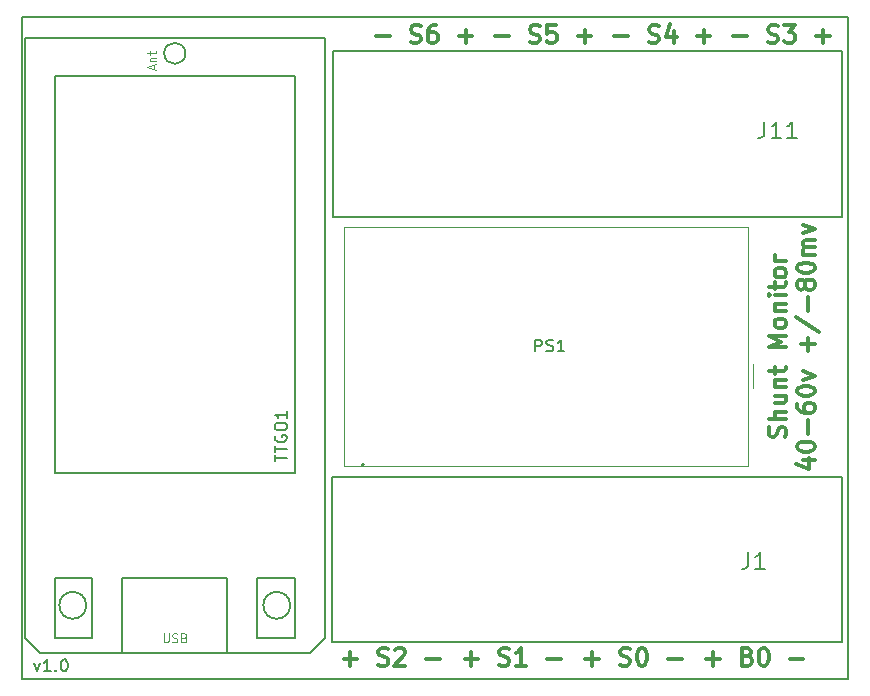
<source format=gbr>
%TF.GenerationSoftware,KiCad,Pcbnew,(6.0.10)*%
%TF.CreationDate,2022-12-26T22:40:19+13:00*%
%TF.ProjectId,esphome_shunt_monitor_ina226,65737068-6f6d-4655-9f73-68756e745f6d,rev?*%
%TF.SameCoordinates,Original*%
%TF.FileFunction,Legend,Top*%
%TF.FilePolarity,Positive*%
%FSLAX46Y46*%
G04 Gerber Fmt 4.6, Leading zero omitted, Abs format (unit mm)*
G04 Created by KiCad (PCBNEW (6.0.10)) date 2022-12-26 22:40:19*
%MOMM*%
%LPD*%
G01*
G04 APERTURE LIST*
%ADD10C,0.150000*%
%ADD11C,0.300000*%
%ADD12C,0.100000*%
%ADD13C,0.127000*%
%ADD14C,0.200000*%
%ADD15C,0.120000*%
G04 APERTURE END LIST*
D10*
X67430828Y-113730114D02*
X67668923Y-114396780D01*
X67907019Y-113730114D01*
X68811780Y-114396780D02*
X68240352Y-114396780D01*
X68526066Y-114396780D02*
X68526066Y-113396780D01*
X68430828Y-113539638D01*
X68335590Y-113634876D01*
X68240352Y-113682495D01*
X69240352Y-114301542D02*
X69287971Y-114349161D01*
X69240352Y-114396780D01*
X69192733Y-114349161D01*
X69240352Y-114301542D01*
X69240352Y-114396780D01*
X69907019Y-113396780D02*
X70002257Y-113396780D01*
X70097495Y-113444400D01*
X70145114Y-113492019D01*
X70192733Y-113587257D01*
X70240352Y-113777733D01*
X70240352Y-114015828D01*
X70192733Y-114206304D01*
X70145114Y-114301542D01*
X70097495Y-114349161D01*
X70002257Y-114396780D01*
X69907019Y-114396780D01*
X69811780Y-114349161D01*
X69764161Y-114301542D01*
X69716542Y-114206304D01*
X69668923Y-114015828D01*
X69668923Y-113777733D01*
X69716542Y-113587257D01*
X69764161Y-113492019D01*
X69811780Y-113444400D01*
X69907019Y-113396780D01*
X66347200Y-59011200D02*
X136347200Y-59011200D01*
X136347200Y-59011200D02*
X136347200Y-115011200D01*
X136347200Y-115011200D02*
X66347200Y-115011200D01*
X66347200Y-115011200D02*
X66347200Y-59011200D01*
D11*
X131022442Y-94551342D02*
X131093871Y-94337057D01*
X131093871Y-93979914D01*
X131022442Y-93837057D01*
X130951014Y-93765628D01*
X130808157Y-93694200D01*
X130665300Y-93694200D01*
X130522442Y-93765628D01*
X130451014Y-93837057D01*
X130379585Y-93979914D01*
X130308157Y-94265628D01*
X130236728Y-94408485D01*
X130165300Y-94479914D01*
X130022442Y-94551342D01*
X129879585Y-94551342D01*
X129736728Y-94479914D01*
X129665300Y-94408485D01*
X129593871Y-94265628D01*
X129593871Y-93908485D01*
X129665300Y-93694200D01*
X131093871Y-93051342D02*
X129593871Y-93051342D01*
X131093871Y-92408485D02*
X130308157Y-92408485D01*
X130165300Y-92479914D01*
X130093871Y-92622771D01*
X130093871Y-92837057D01*
X130165300Y-92979914D01*
X130236728Y-93051342D01*
X130093871Y-91051342D02*
X131093871Y-91051342D01*
X130093871Y-91694200D02*
X130879585Y-91694200D01*
X131022442Y-91622771D01*
X131093871Y-91479914D01*
X131093871Y-91265628D01*
X131022442Y-91122771D01*
X130951014Y-91051342D01*
X130093871Y-90337057D02*
X131093871Y-90337057D01*
X130236728Y-90337057D02*
X130165300Y-90265628D01*
X130093871Y-90122771D01*
X130093871Y-89908485D01*
X130165300Y-89765628D01*
X130308157Y-89694200D01*
X131093871Y-89694200D01*
X130093871Y-89194200D02*
X130093871Y-88622771D01*
X129593871Y-88979914D02*
X130879585Y-88979914D01*
X131022442Y-88908485D01*
X131093871Y-88765628D01*
X131093871Y-88622771D01*
X131093871Y-86979914D02*
X129593871Y-86979914D01*
X130665300Y-86479914D01*
X129593871Y-85979914D01*
X131093871Y-85979914D01*
X131093871Y-85051342D02*
X131022442Y-85194200D01*
X130951014Y-85265628D01*
X130808157Y-85337057D01*
X130379585Y-85337057D01*
X130236728Y-85265628D01*
X130165300Y-85194200D01*
X130093871Y-85051342D01*
X130093871Y-84837057D01*
X130165300Y-84694200D01*
X130236728Y-84622771D01*
X130379585Y-84551342D01*
X130808157Y-84551342D01*
X130951014Y-84622771D01*
X131022442Y-84694200D01*
X131093871Y-84837057D01*
X131093871Y-85051342D01*
X130093871Y-83908485D02*
X131093871Y-83908485D01*
X130236728Y-83908485D02*
X130165300Y-83837057D01*
X130093871Y-83694200D01*
X130093871Y-83479914D01*
X130165300Y-83337057D01*
X130308157Y-83265628D01*
X131093871Y-83265628D01*
X131093871Y-82551342D02*
X130093871Y-82551342D01*
X129593871Y-82551342D02*
X129665300Y-82622771D01*
X129736728Y-82551342D01*
X129665300Y-82479914D01*
X129593871Y-82551342D01*
X129736728Y-82551342D01*
X130093871Y-82051342D02*
X130093871Y-81479914D01*
X129593871Y-81837057D02*
X130879585Y-81837057D01*
X131022442Y-81765628D01*
X131093871Y-81622771D01*
X131093871Y-81479914D01*
X131093871Y-80765628D02*
X131022442Y-80908485D01*
X130951014Y-80979914D01*
X130808157Y-81051342D01*
X130379585Y-81051342D01*
X130236728Y-80979914D01*
X130165300Y-80908485D01*
X130093871Y-80765628D01*
X130093871Y-80551342D01*
X130165300Y-80408485D01*
X130236728Y-80337057D01*
X130379585Y-80265628D01*
X130808157Y-80265628D01*
X130951014Y-80337057D01*
X131022442Y-80408485D01*
X131093871Y-80551342D01*
X131093871Y-80765628D01*
X131093871Y-79622771D02*
X130093871Y-79622771D01*
X130379585Y-79622771D02*
X130236728Y-79551342D01*
X130165300Y-79479914D01*
X130093871Y-79337057D01*
X130093871Y-79194200D01*
X132508871Y-96515628D02*
X133508871Y-96515628D01*
X131937442Y-96872771D02*
X133008871Y-97229914D01*
X133008871Y-96301342D01*
X132008871Y-95444200D02*
X132008871Y-95301342D01*
X132080300Y-95158485D01*
X132151728Y-95087057D01*
X132294585Y-95015628D01*
X132580300Y-94944200D01*
X132937442Y-94944200D01*
X133223157Y-95015628D01*
X133366014Y-95087057D01*
X133437442Y-95158485D01*
X133508871Y-95301342D01*
X133508871Y-95444200D01*
X133437442Y-95587057D01*
X133366014Y-95658485D01*
X133223157Y-95729914D01*
X132937442Y-95801342D01*
X132580300Y-95801342D01*
X132294585Y-95729914D01*
X132151728Y-95658485D01*
X132080300Y-95587057D01*
X132008871Y-95444200D01*
X132937442Y-94301342D02*
X132937442Y-93158485D01*
X132008871Y-91801342D02*
X132008871Y-92087057D01*
X132080300Y-92229914D01*
X132151728Y-92301342D01*
X132366014Y-92444200D01*
X132651728Y-92515628D01*
X133223157Y-92515628D01*
X133366014Y-92444200D01*
X133437442Y-92372771D01*
X133508871Y-92229914D01*
X133508871Y-91944200D01*
X133437442Y-91801342D01*
X133366014Y-91729914D01*
X133223157Y-91658485D01*
X132866014Y-91658485D01*
X132723157Y-91729914D01*
X132651728Y-91801342D01*
X132580300Y-91944200D01*
X132580300Y-92229914D01*
X132651728Y-92372771D01*
X132723157Y-92444200D01*
X132866014Y-92515628D01*
X132008871Y-90729914D02*
X132008871Y-90587057D01*
X132080300Y-90444200D01*
X132151728Y-90372771D01*
X132294585Y-90301342D01*
X132580300Y-90229914D01*
X132937442Y-90229914D01*
X133223157Y-90301342D01*
X133366014Y-90372771D01*
X133437442Y-90444200D01*
X133508871Y-90587057D01*
X133508871Y-90729914D01*
X133437442Y-90872771D01*
X133366014Y-90944200D01*
X133223157Y-91015628D01*
X132937442Y-91087057D01*
X132580300Y-91087057D01*
X132294585Y-91015628D01*
X132151728Y-90944200D01*
X132080300Y-90872771D01*
X132008871Y-90729914D01*
X132508871Y-89729914D02*
X133508871Y-89372771D01*
X132508871Y-89015628D01*
X132937442Y-87301342D02*
X132937442Y-86158485D01*
X133508871Y-86729914D02*
X132366014Y-86729914D01*
X131937442Y-84372771D02*
X133866014Y-85658485D01*
X132937442Y-83872771D02*
X132937442Y-82729914D01*
X132651728Y-81801342D02*
X132580300Y-81944200D01*
X132508871Y-82015628D01*
X132366014Y-82087057D01*
X132294585Y-82087057D01*
X132151728Y-82015628D01*
X132080300Y-81944200D01*
X132008871Y-81801342D01*
X132008871Y-81515628D01*
X132080300Y-81372771D01*
X132151728Y-81301342D01*
X132294585Y-81229914D01*
X132366014Y-81229914D01*
X132508871Y-81301342D01*
X132580300Y-81372771D01*
X132651728Y-81515628D01*
X132651728Y-81801342D01*
X132723157Y-81944200D01*
X132794585Y-82015628D01*
X132937442Y-82087057D01*
X133223157Y-82087057D01*
X133366014Y-82015628D01*
X133437442Y-81944200D01*
X133508871Y-81801342D01*
X133508871Y-81515628D01*
X133437442Y-81372771D01*
X133366014Y-81301342D01*
X133223157Y-81229914D01*
X132937442Y-81229914D01*
X132794585Y-81301342D01*
X132723157Y-81372771D01*
X132651728Y-81515628D01*
X132008871Y-80301342D02*
X132008871Y-80158485D01*
X132080300Y-80015628D01*
X132151728Y-79944200D01*
X132294585Y-79872771D01*
X132580300Y-79801342D01*
X132937442Y-79801342D01*
X133223157Y-79872771D01*
X133366014Y-79944200D01*
X133437442Y-80015628D01*
X133508871Y-80158485D01*
X133508871Y-80301342D01*
X133437442Y-80444200D01*
X133366014Y-80515628D01*
X133223157Y-80587057D01*
X132937442Y-80658485D01*
X132580300Y-80658485D01*
X132294585Y-80587057D01*
X132151728Y-80515628D01*
X132080300Y-80444200D01*
X132008871Y-80301342D01*
X133508871Y-79158485D02*
X132508871Y-79158485D01*
X132651728Y-79158485D02*
X132580300Y-79087057D01*
X132508871Y-78944200D01*
X132508871Y-78729914D01*
X132580300Y-78587057D01*
X132723157Y-78515628D01*
X133508871Y-78515628D01*
X132723157Y-78515628D02*
X132580300Y-78444200D01*
X132508871Y-78301342D01*
X132508871Y-78087057D01*
X132580300Y-77944200D01*
X132723157Y-77872771D01*
X133508871Y-77872771D01*
X132508871Y-77301342D02*
X133508871Y-76944200D01*
X132508871Y-76587057D01*
X124318695Y-113340342D02*
X125461552Y-113340342D01*
X124890123Y-113911771D02*
X124890123Y-112768914D01*
X127818695Y-113126057D02*
X128032980Y-113197485D01*
X128104409Y-113268914D01*
X128175838Y-113411771D01*
X128175838Y-113626057D01*
X128104409Y-113768914D01*
X128032980Y-113840342D01*
X127890123Y-113911771D01*
X127318695Y-113911771D01*
X127318695Y-112411771D01*
X127818695Y-112411771D01*
X127961552Y-112483200D01*
X128032980Y-112554628D01*
X128104409Y-112697485D01*
X128104409Y-112840342D01*
X128032980Y-112983200D01*
X127961552Y-113054628D01*
X127818695Y-113126057D01*
X127318695Y-113126057D01*
X129104409Y-112411771D02*
X129247266Y-112411771D01*
X129390123Y-112483200D01*
X129461552Y-112554628D01*
X129532980Y-112697485D01*
X129604409Y-112983200D01*
X129604409Y-113340342D01*
X129532980Y-113626057D01*
X129461552Y-113768914D01*
X129390123Y-113840342D01*
X129247266Y-113911771D01*
X129104409Y-113911771D01*
X128961552Y-113840342D01*
X128890123Y-113768914D01*
X128818695Y-113626057D01*
X128747266Y-113340342D01*
X128747266Y-112983200D01*
X128818695Y-112697485D01*
X128890123Y-112554628D01*
X128961552Y-112483200D01*
X129104409Y-112411771D01*
X131390123Y-113340342D02*
X132532980Y-113340342D01*
X114085933Y-113340342D02*
X115228790Y-113340342D01*
X114657362Y-113911771D02*
X114657362Y-112768914D01*
X117014504Y-113840342D02*
X117228790Y-113911771D01*
X117585933Y-113911771D01*
X117728790Y-113840342D01*
X117800219Y-113768914D01*
X117871647Y-113626057D01*
X117871647Y-113483200D01*
X117800219Y-113340342D01*
X117728790Y-113268914D01*
X117585933Y-113197485D01*
X117300219Y-113126057D01*
X117157362Y-113054628D01*
X117085933Y-112983200D01*
X117014504Y-112840342D01*
X117014504Y-112697485D01*
X117085933Y-112554628D01*
X117157362Y-112483200D01*
X117300219Y-112411771D01*
X117657362Y-112411771D01*
X117871647Y-112483200D01*
X118800219Y-112411771D02*
X118943076Y-112411771D01*
X119085933Y-112483200D01*
X119157362Y-112554628D01*
X119228790Y-112697485D01*
X119300219Y-112983200D01*
X119300219Y-113340342D01*
X119228790Y-113626057D01*
X119157362Y-113768914D01*
X119085933Y-113840342D01*
X118943076Y-113911771D01*
X118800219Y-113911771D01*
X118657362Y-113840342D01*
X118585933Y-113768914D01*
X118514504Y-113626057D01*
X118443076Y-113340342D01*
X118443076Y-112983200D01*
X118514504Y-112697485D01*
X118585933Y-112554628D01*
X118657362Y-112483200D01*
X118800219Y-112411771D01*
X121085933Y-113340342D02*
X122228790Y-113340342D01*
X103853171Y-113340342D02*
X104996028Y-113340342D01*
X104424600Y-113911771D02*
X104424600Y-112768914D01*
X106781742Y-113840342D02*
X106996028Y-113911771D01*
X107353171Y-113911771D01*
X107496028Y-113840342D01*
X107567457Y-113768914D01*
X107638885Y-113626057D01*
X107638885Y-113483200D01*
X107567457Y-113340342D01*
X107496028Y-113268914D01*
X107353171Y-113197485D01*
X107067457Y-113126057D01*
X106924600Y-113054628D01*
X106853171Y-112983200D01*
X106781742Y-112840342D01*
X106781742Y-112697485D01*
X106853171Y-112554628D01*
X106924600Y-112483200D01*
X107067457Y-112411771D01*
X107424600Y-112411771D01*
X107638885Y-112483200D01*
X109067457Y-113911771D02*
X108210314Y-113911771D01*
X108638885Y-113911771D02*
X108638885Y-112411771D01*
X108496028Y-112626057D01*
X108353171Y-112768914D01*
X108210314Y-112840342D01*
X110853171Y-113340342D02*
X111996028Y-113340342D01*
X93620409Y-113340342D02*
X94763266Y-113340342D01*
X94191838Y-113911771D02*
X94191838Y-112768914D01*
X96548980Y-113840342D02*
X96763266Y-113911771D01*
X97120409Y-113911771D01*
X97263266Y-113840342D01*
X97334695Y-113768914D01*
X97406123Y-113626057D01*
X97406123Y-113483200D01*
X97334695Y-113340342D01*
X97263266Y-113268914D01*
X97120409Y-113197485D01*
X96834695Y-113126057D01*
X96691838Y-113054628D01*
X96620409Y-112983200D01*
X96548980Y-112840342D01*
X96548980Y-112697485D01*
X96620409Y-112554628D01*
X96691838Y-112483200D01*
X96834695Y-112411771D01*
X97191838Y-112411771D01*
X97406123Y-112483200D01*
X97977552Y-112554628D02*
X98048980Y-112483200D01*
X98191838Y-112411771D01*
X98548980Y-112411771D01*
X98691838Y-112483200D01*
X98763266Y-112554628D01*
X98834695Y-112697485D01*
X98834695Y-112840342D01*
X98763266Y-113054628D01*
X97906123Y-113911771D01*
X98834695Y-113911771D01*
X100620409Y-113340342D02*
X101763266Y-113340342D01*
X126608182Y-60635342D02*
X127751039Y-60635342D01*
X129536753Y-61135342D02*
X129751039Y-61206771D01*
X130108182Y-61206771D01*
X130251039Y-61135342D01*
X130322468Y-61063914D01*
X130393896Y-60921057D01*
X130393896Y-60778200D01*
X130322468Y-60635342D01*
X130251039Y-60563914D01*
X130108182Y-60492485D01*
X129822468Y-60421057D01*
X129679611Y-60349628D01*
X129608182Y-60278200D01*
X129536753Y-60135342D01*
X129536753Y-59992485D01*
X129608182Y-59849628D01*
X129679611Y-59778200D01*
X129822468Y-59706771D01*
X130179611Y-59706771D01*
X130393896Y-59778200D01*
X130893896Y-59706771D02*
X131822468Y-59706771D01*
X131322468Y-60278200D01*
X131536753Y-60278200D01*
X131679611Y-60349628D01*
X131751039Y-60421057D01*
X131822468Y-60563914D01*
X131822468Y-60921057D01*
X131751039Y-61063914D01*
X131679611Y-61135342D01*
X131536753Y-61206771D01*
X131108182Y-61206771D01*
X130965325Y-61135342D01*
X130893896Y-61063914D01*
X133608182Y-60635342D02*
X134751039Y-60635342D01*
X134179611Y-61206771D02*
X134179611Y-60063914D01*
X116525511Y-60635342D02*
X117668368Y-60635342D01*
X119454082Y-61135342D02*
X119668368Y-61206771D01*
X120025511Y-61206771D01*
X120168368Y-61135342D01*
X120239797Y-61063914D01*
X120311225Y-60921057D01*
X120311225Y-60778200D01*
X120239797Y-60635342D01*
X120168368Y-60563914D01*
X120025511Y-60492485D01*
X119739797Y-60421057D01*
X119596940Y-60349628D01*
X119525511Y-60278200D01*
X119454082Y-60135342D01*
X119454082Y-59992485D01*
X119525511Y-59849628D01*
X119596940Y-59778200D01*
X119739797Y-59706771D01*
X120096940Y-59706771D01*
X120311225Y-59778200D01*
X121596940Y-60206771D02*
X121596940Y-61206771D01*
X121239797Y-59635342D02*
X120882654Y-60706771D01*
X121811225Y-60706771D01*
X123525511Y-60635342D02*
X124668368Y-60635342D01*
X124096940Y-61206771D02*
X124096940Y-60063914D01*
X106442841Y-60635342D02*
X107585698Y-60635342D01*
X109371412Y-61135342D02*
X109585698Y-61206771D01*
X109942841Y-61206771D01*
X110085698Y-61135342D01*
X110157127Y-61063914D01*
X110228555Y-60921057D01*
X110228555Y-60778200D01*
X110157127Y-60635342D01*
X110085698Y-60563914D01*
X109942841Y-60492485D01*
X109657127Y-60421057D01*
X109514270Y-60349628D01*
X109442841Y-60278200D01*
X109371412Y-60135342D01*
X109371412Y-59992485D01*
X109442841Y-59849628D01*
X109514270Y-59778200D01*
X109657127Y-59706771D01*
X110014270Y-59706771D01*
X110228555Y-59778200D01*
X111585698Y-59706771D02*
X110871412Y-59706771D01*
X110799984Y-60421057D01*
X110871412Y-60349628D01*
X111014270Y-60278200D01*
X111371412Y-60278200D01*
X111514270Y-60349628D01*
X111585698Y-60421057D01*
X111657127Y-60563914D01*
X111657127Y-60921057D01*
X111585698Y-61063914D01*
X111514270Y-61135342D01*
X111371412Y-61206771D01*
X111014270Y-61206771D01*
X110871412Y-61135342D01*
X110799984Y-61063914D01*
X113442841Y-60635342D02*
X114585698Y-60635342D01*
X114014270Y-61206771D02*
X114014270Y-60063914D01*
X96360171Y-60635342D02*
X97503028Y-60635342D01*
X99288742Y-61135342D02*
X99503028Y-61206771D01*
X99860171Y-61206771D01*
X100003028Y-61135342D01*
X100074457Y-61063914D01*
X100145885Y-60921057D01*
X100145885Y-60778200D01*
X100074457Y-60635342D01*
X100003028Y-60563914D01*
X99860171Y-60492485D01*
X99574457Y-60421057D01*
X99431600Y-60349628D01*
X99360171Y-60278200D01*
X99288742Y-60135342D01*
X99288742Y-59992485D01*
X99360171Y-59849628D01*
X99431600Y-59778200D01*
X99574457Y-59706771D01*
X99931600Y-59706771D01*
X100145885Y-59778200D01*
X101431600Y-59706771D02*
X101145885Y-59706771D01*
X101003028Y-59778200D01*
X100931600Y-59849628D01*
X100788742Y-60063914D01*
X100717314Y-60349628D01*
X100717314Y-60921057D01*
X100788742Y-61063914D01*
X100860171Y-61135342D01*
X101003028Y-61206771D01*
X101288742Y-61206771D01*
X101431600Y-61135342D01*
X101503028Y-61063914D01*
X101574457Y-60921057D01*
X101574457Y-60563914D01*
X101503028Y-60421057D01*
X101431600Y-60349628D01*
X101288742Y-60278200D01*
X101003028Y-60278200D01*
X100860171Y-60349628D01*
X100788742Y-60421057D01*
X100717314Y-60563914D01*
X103360171Y-60635342D02*
X104503028Y-60635342D01*
X103931600Y-61206771D02*
X103931600Y-60063914D01*
D10*
%TO.C,TTGO1*%
X87793580Y-96629266D02*
X87793580Y-96057838D01*
X88793580Y-96343552D02*
X87793580Y-96343552D01*
X87793580Y-95867361D02*
X87793580Y-95295933D01*
X88793580Y-95581647D02*
X87793580Y-95581647D01*
X87841200Y-94438790D02*
X87793580Y-94534028D01*
X87793580Y-94676885D01*
X87841200Y-94819742D01*
X87936438Y-94914980D01*
X88031676Y-94962600D01*
X88222152Y-95010219D01*
X88365009Y-95010219D01*
X88555485Y-94962600D01*
X88650723Y-94914980D01*
X88745961Y-94819742D01*
X88793580Y-94676885D01*
X88793580Y-94581647D01*
X88745961Y-94438790D01*
X88698342Y-94391171D01*
X88365009Y-94391171D01*
X88365009Y-94581647D01*
X87793580Y-93772123D02*
X87793580Y-93581647D01*
X87841200Y-93486409D01*
X87936438Y-93391171D01*
X88126914Y-93343552D01*
X88460247Y-93343552D01*
X88650723Y-93391171D01*
X88745961Y-93486409D01*
X88793580Y-93581647D01*
X88793580Y-93772123D01*
X88745961Y-93867361D01*
X88650723Y-93962600D01*
X88460247Y-94010219D01*
X88126914Y-94010219D01*
X87936438Y-93962600D01*
X87841200Y-93867361D01*
X87793580Y-93772123D01*
X88793580Y-92391171D02*
X88793580Y-92962600D01*
X88793580Y-92676885D02*
X87793580Y-92676885D01*
X87936438Y-92772123D01*
X88031676Y-92867361D01*
X88079295Y-92962600D01*
D12*
X78366471Y-111196885D02*
X78366471Y-111804028D01*
X78402185Y-111875457D01*
X78437900Y-111911171D01*
X78509328Y-111946885D01*
X78652185Y-111946885D01*
X78723614Y-111911171D01*
X78759328Y-111875457D01*
X78795042Y-111804028D01*
X78795042Y-111196885D01*
X79116471Y-111911171D02*
X79223614Y-111946885D01*
X79402185Y-111946885D01*
X79473614Y-111911171D01*
X79509328Y-111875457D01*
X79545042Y-111804028D01*
X79545042Y-111732600D01*
X79509328Y-111661171D01*
X79473614Y-111625457D01*
X79402185Y-111589742D01*
X79259328Y-111554028D01*
X79187900Y-111518314D01*
X79152185Y-111482600D01*
X79116471Y-111411171D01*
X79116471Y-111339742D01*
X79152185Y-111268314D01*
X79187900Y-111232600D01*
X79259328Y-111196885D01*
X79437900Y-111196885D01*
X79545042Y-111232600D01*
X80116471Y-111554028D02*
X80223614Y-111589742D01*
X80259328Y-111625457D01*
X80295042Y-111696885D01*
X80295042Y-111804028D01*
X80259328Y-111875457D01*
X80223614Y-111911171D01*
X80152185Y-111946885D01*
X79866471Y-111946885D01*
X79866471Y-111196885D01*
X80116471Y-111196885D01*
X80187900Y-111232600D01*
X80223614Y-111268314D01*
X80259328Y-111339742D01*
X80259328Y-111411171D01*
X80223614Y-111482600D01*
X80187900Y-111518314D01*
X80116471Y-111554028D01*
X79866471Y-111554028D01*
X77532900Y-63444742D02*
X77532900Y-63087600D01*
X77747185Y-63516171D02*
X76997185Y-63266171D01*
X77747185Y-63016171D01*
X77247185Y-62766171D02*
X77747185Y-62766171D01*
X77318614Y-62766171D02*
X77282900Y-62730457D01*
X77247185Y-62659028D01*
X77247185Y-62551885D01*
X77282900Y-62480457D01*
X77354328Y-62444742D01*
X77747185Y-62444742D01*
X77247185Y-62194742D02*
X77247185Y-61909028D01*
X76997185Y-62087600D02*
X77640042Y-62087600D01*
X77711471Y-62051885D01*
X77747185Y-61980457D01*
X77747185Y-61909028D01*
D10*
%TO.C,J11*%
X129244866Y-67864133D02*
X129244866Y-68864133D01*
X129178200Y-69064133D01*
X129044866Y-69197466D01*
X128844866Y-69264133D01*
X128711533Y-69264133D01*
X130644866Y-69264133D02*
X129844866Y-69264133D01*
X130244866Y-69264133D02*
X130244866Y-67864133D01*
X130111533Y-68064133D01*
X129978200Y-68197466D01*
X129844866Y-68264133D01*
X131978200Y-69264133D02*
X131178200Y-69264133D01*
X131578200Y-69264133D02*
X131578200Y-67864133D01*
X131444866Y-68064133D01*
X131311533Y-68197466D01*
X131178200Y-68264133D01*
%TO.C,J1*%
X127879533Y-104313133D02*
X127879533Y-105313133D01*
X127812866Y-105513133D01*
X127679533Y-105646466D01*
X127479533Y-105713133D01*
X127346200Y-105713133D01*
X129279533Y-105713133D02*
X128479533Y-105713133D01*
X128879533Y-105713133D02*
X128879533Y-104313133D01*
X128746200Y-104513133D01*
X128612866Y-104646466D01*
X128479533Y-104713133D01*
%TO.C,PS1*%
X109834514Y-87320380D02*
X109834514Y-86320380D01*
X110215466Y-86320380D01*
X110310704Y-86368000D01*
X110358323Y-86415619D01*
X110405942Y-86510857D01*
X110405942Y-86653714D01*
X110358323Y-86748952D01*
X110310704Y-86796571D01*
X110215466Y-86844190D01*
X109834514Y-86844190D01*
X110786895Y-87272761D02*
X110929752Y-87320380D01*
X111167847Y-87320380D01*
X111263085Y-87272761D01*
X111310704Y-87225142D01*
X111358323Y-87129904D01*
X111358323Y-87034666D01*
X111310704Y-86939428D01*
X111263085Y-86891809D01*
X111167847Y-86844190D01*
X110977371Y-86796571D01*
X110882133Y-86748952D01*
X110834514Y-86701333D01*
X110786895Y-86606095D01*
X110786895Y-86510857D01*
X110834514Y-86415619D01*
X110882133Y-86368000D01*
X110977371Y-86320380D01*
X111215466Y-86320380D01*
X111358323Y-86368000D01*
X112310704Y-87320380D02*
X111739276Y-87320380D01*
X112024990Y-87320380D02*
X112024990Y-86320380D01*
X111929752Y-86463238D01*
X111834514Y-86558476D01*
X111739276Y-86606095D01*
%TO.C,TTGO1*%
X72327900Y-106527600D02*
X72327900Y-111607600D01*
X69152900Y-63982600D02*
X89472900Y-63982600D01*
X86297900Y-111607600D02*
X86297900Y-106527600D01*
X89472900Y-97637600D02*
X69152900Y-97637600D01*
X86297900Y-106527600D02*
X89472900Y-106527600D01*
X69152900Y-106527600D02*
X72327900Y-106527600D01*
X72327900Y-111607600D02*
X69152900Y-111607600D01*
X83757900Y-106527600D02*
X83757900Y-112877600D01*
X66612900Y-111607600D02*
X66612900Y-110337600D01*
X92012900Y-60807600D02*
X92012900Y-65887600D01*
X66612900Y-64617600D02*
X66612900Y-110337600D01*
X69152900Y-111607600D02*
X69152900Y-106527600D01*
X89472900Y-111607600D02*
X86297900Y-111607600D01*
X83757900Y-112877600D02*
X83757900Y-109067600D01*
X67882900Y-112877600D02*
X66612900Y-111607600D01*
X69152900Y-97637600D02*
X69152900Y-63982600D01*
X66612900Y-60807600D02*
X92012900Y-60807600D01*
X89472900Y-106527600D02*
X89472900Y-111607600D01*
X74867900Y-109067600D02*
X74867900Y-112877600D01*
X89472900Y-63982600D02*
X89472900Y-97637600D01*
X90742900Y-112877600D02*
X67882900Y-112877600D01*
X92012900Y-65887600D02*
X92012900Y-110337600D01*
X74867900Y-109067600D02*
X74867900Y-106527600D01*
X66612900Y-60807600D02*
X66612900Y-64617600D01*
X92012900Y-111607600D02*
X90742900Y-112877600D01*
X92012900Y-110337600D02*
X92012900Y-111607600D01*
X74867900Y-106527600D02*
X83757900Y-106527600D01*
X89084823Y-108813600D02*
G75*
G03*
X89084823Y-108813600I-1135923J0D01*
G01*
X71812823Y-108813600D02*
G75*
G03*
X71812823Y-108813600I-1135923J0D01*
G01*
X80210926Y-62077600D02*
G75*
G03*
X80210926Y-62077600I-898026J0D01*
G01*
D13*
%TO.C,J11*%
X135819200Y-61879900D02*
X135819200Y-75929900D01*
X92679200Y-75929900D02*
X92679200Y-61879900D01*
X135819200Y-75929900D02*
X92679200Y-75929900D01*
X92679200Y-61879900D02*
X135819200Y-61879900D01*
D14*
X133319200Y-76929900D02*
G75*
G03*
X133319200Y-76929900I-100000J0D01*
G01*
D13*
%TO.C,J1*%
X92628400Y-111957700D02*
X92628400Y-97907700D01*
X135768400Y-97907700D02*
X135768400Y-111957700D01*
X92628400Y-97907700D02*
X135768400Y-97907700D01*
X135768400Y-111957700D02*
X92628400Y-111957700D01*
D14*
X95328400Y-96907700D02*
G75*
G03*
X95328400Y-96907700I-100000J0D01*
G01*
D15*
%TO.C,PS1*%
X127876000Y-76808000D02*
X93676000Y-76808000D01*
X127876000Y-97008000D02*
X127876000Y-76808000D01*
X128266000Y-90408000D02*
X128266000Y-88398000D01*
X93676000Y-97008000D02*
X127876000Y-97008000D01*
X93676000Y-76808000D02*
X93676000Y-97008000D01*
%TD*%
M02*

</source>
